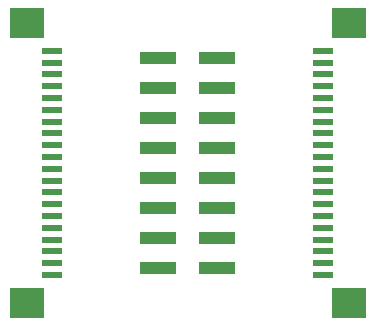
<source format=gbr>
%TF.GenerationSoftware,KiCad,Pcbnew,9.0.3*%
%TF.CreationDate,2025-07-20T15:06:00+03:00*%
%TF.ProjectId,PMDBG-FFC20,504d4442-472d-4464-9643-32302e6b6963,rev?*%
%TF.SameCoordinates,Original*%
%TF.FileFunction,Soldermask,Top*%
%TF.FilePolarity,Negative*%
%FSLAX46Y46*%
G04 Gerber Fmt 4.6, Leading zero omitted, Abs format (unit mm)*
G04 Created by KiCad (PCBNEW 9.0.3) date 2025-07-20 15:06:00*
%MOMM*%
%LPD*%
G01*
G04 APERTURE LIST*
%ADD10R,3.150000X1.000000*%
%ADD11R,1.800000X0.600000*%
%ADD12R,3.000000X2.600000*%
G04 APERTURE END LIST*
D10*
%TO.C,J1*%
X-2525000Y8890000D03*
X2525000Y8890000D03*
X-2525000Y6350000D03*
X2525000Y6350000D03*
X-2525000Y3810000D03*
X2525000Y3810000D03*
X-2525000Y1270000D03*
X2525000Y1270000D03*
X-2525000Y-1270000D03*
X2525000Y-1270000D03*
X-2525000Y-3810000D03*
X2525000Y-3810000D03*
X-2525000Y-6350000D03*
X2525000Y-6350000D03*
X-2525000Y-8890000D03*
X2525000Y-8890000D03*
%TD*%
D11*
%TO.C,JM2*%
X-11454000Y9500000D03*
X-11454000Y8500000D03*
X-11454000Y7500000D03*
X-11454000Y6500000D03*
X-11454000Y5500000D03*
X-11454000Y4500000D03*
X-11454000Y3500000D03*
X-11454000Y2500000D03*
X-11454000Y1500000D03*
X-11454000Y500000D03*
X-11454000Y-500000D03*
X-11454000Y-1500000D03*
X-11454000Y-2500000D03*
X-11454000Y-3500000D03*
X-11454000Y-4500000D03*
X-11454000Y-5500000D03*
X-11454000Y-6500000D03*
X-11454000Y-7500000D03*
X-11454000Y-8500000D03*
X-11454000Y-9500000D03*
D12*
X-13625000Y11850000D03*
X-13625000Y-11850000D03*
%TD*%
D11*
%TO.C,JM1*%
X11454000Y-9500000D03*
X11454000Y-8500000D03*
X11454000Y-7500000D03*
X11454000Y-6500000D03*
X11454000Y-5500000D03*
X11454000Y-4500000D03*
X11454000Y-3500000D03*
X11454000Y-2500000D03*
X11454000Y-1500000D03*
X11454000Y-500000D03*
X11454000Y500000D03*
X11454000Y1500000D03*
X11454000Y2500000D03*
X11454000Y3500000D03*
X11454000Y4500000D03*
X11454000Y5500000D03*
X11454000Y6500000D03*
X11454000Y7500000D03*
X11454000Y8500000D03*
X11454000Y9500000D03*
D12*
X13625000Y-11850000D03*
X13625000Y11850000D03*
%TD*%
M02*

</source>
